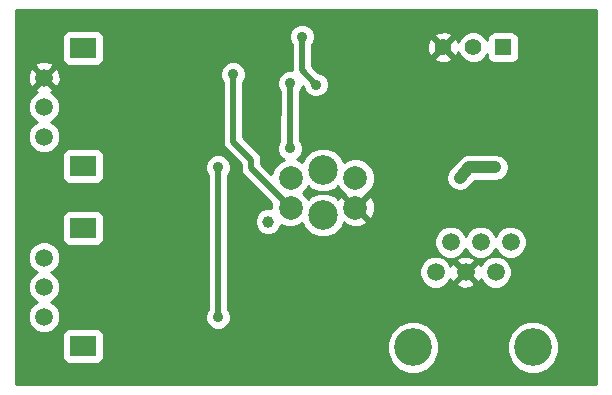
<source format=gbl>
%FSLAX34Y34*%
G04 Gerber Fmt 3.4, Leading zero omitted, Abs format*
G04 (created by PCBNEW (2014-jan-25)-product) date Wed 30 Apr 2014 07:54:19 PM MDT*
%MOIN*%
G01*
G70*
G90*
G04 APERTURE LIST*
%ADD10C,0.003937*%
%ADD11C,0.125984*%
%ADD12C,0.059055*%
%ADD13C,0.078740*%
%ADD14C,0.098425*%
%ADD15C,0.039370*%
%ADD16R,0.086614X0.070866*%
%ADD17R,0.055000X0.055000*%
%ADD18C,0.055000*%
%ADD19C,0.035000*%
%ADD20C,0.019685*%
%ADD21C,0.040000*%
%ADD22C,0.010000*%
G04 APERTURE END LIST*
G54D10*
G54D11*
X62000Y-39500D03*
X58000Y-39500D03*
G54D12*
X61250Y-36000D03*
X60750Y-37000D03*
X60250Y-36000D03*
X59750Y-37000D03*
X59250Y-36000D03*
X58750Y-37000D03*
G54D13*
X53917Y-33850D03*
X56082Y-33850D03*
X53917Y-34850D03*
X56082Y-34850D03*
G54D14*
X55000Y-35098D03*
X55000Y-33601D03*
G54D15*
X53169Y-35314D03*
G54D12*
X45700Y-38484D03*
X45700Y-37500D03*
X45700Y-36515D03*
G54D16*
X47000Y-39468D03*
X47000Y-35531D03*
G54D17*
X61000Y-29500D03*
G54D18*
X60000Y-29500D03*
X59000Y-29500D03*
G54D12*
X45700Y-32484D03*
X45700Y-31500D03*
X45700Y-30515D03*
G54D16*
X47000Y-33468D03*
X47000Y-29531D03*
G54D19*
X53900Y-30700D03*
X53897Y-32874D03*
X48300Y-30500D03*
X61050Y-32150D03*
X57850Y-31500D03*
X48450Y-35000D03*
X48300Y-32000D03*
X56250Y-28850D03*
X51500Y-33500D03*
X51500Y-38500D03*
X60748Y-33503D03*
X59550Y-33850D03*
X52000Y-30400D03*
X54300Y-29150D03*
X54763Y-30748D03*
G54D20*
X53897Y-32874D02*
X53900Y-30700D01*
X51500Y-38500D02*
X51500Y-33500D01*
G54D21*
X59550Y-33850D02*
X59881Y-33503D01*
X59881Y-33503D02*
X60748Y-33503D01*
G54D20*
X52600Y-33532D02*
X53917Y-34850D01*
X52600Y-33250D02*
X52600Y-33532D01*
X52000Y-32650D02*
X52600Y-33250D01*
X52000Y-30400D02*
X52000Y-32650D01*
X54300Y-30250D02*
X54300Y-29150D01*
X54763Y-30748D02*
X54300Y-30250D01*
G54D10*
G36*
X64100Y-40730D02*
X62880Y-40730D01*
X62880Y-39325D01*
X62746Y-39002D01*
X62499Y-38754D01*
X62175Y-38620D01*
X61825Y-38619D01*
X61795Y-38632D01*
X61795Y-35892D01*
X61712Y-35691D01*
X61559Y-35538D01*
X61525Y-35523D01*
X61525Y-29824D01*
X61525Y-29725D01*
X61525Y-29175D01*
X61486Y-29083D01*
X61416Y-29013D01*
X61324Y-28975D01*
X61225Y-28975D01*
X60675Y-28975D01*
X60583Y-29013D01*
X60513Y-29083D01*
X60475Y-29175D01*
X60475Y-29274D01*
X60475Y-29274D01*
X60445Y-29203D01*
X60297Y-29055D01*
X60104Y-28975D01*
X59896Y-28974D01*
X59703Y-29054D01*
X59555Y-29202D01*
X59502Y-29328D01*
X59460Y-29227D01*
X59367Y-29202D01*
X59297Y-29273D01*
X59297Y-29132D01*
X59272Y-29039D01*
X59075Y-28970D01*
X58867Y-28981D01*
X58727Y-29039D01*
X58702Y-29132D01*
X59000Y-29429D01*
X59297Y-29132D01*
X59297Y-29273D01*
X59070Y-29500D01*
X59367Y-29797D01*
X59460Y-29772D01*
X59499Y-29662D01*
X59554Y-29797D01*
X59702Y-29944D01*
X59895Y-30024D01*
X60103Y-30025D01*
X60297Y-29945D01*
X60444Y-29797D01*
X60475Y-29725D01*
X60475Y-29824D01*
X60513Y-29916D01*
X60583Y-29986D01*
X60675Y-30025D01*
X60774Y-30025D01*
X61324Y-30025D01*
X61416Y-29986D01*
X61486Y-29916D01*
X61525Y-29824D01*
X61525Y-35523D01*
X61358Y-35454D01*
X61198Y-35454D01*
X61198Y-33503D01*
X61163Y-33331D01*
X61066Y-33185D01*
X60920Y-33088D01*
X60748Y-33053D01*
X59881Y-33053D01*
X59877Y-33054D01*
X59872Y-33054D01*
X59791Y-33071D01*
X59709Y-33088D01*
X59705Y-33090D01*
X59701Y-33091D01*
X59632Y-33139D01*
X59563Y-33185D01*
X59561Y-33189D01*
X59557Y-33192D01*
X59297Y-33463D01*
X59297Y-29867D01*
X59000Y-29570D01*
X58929Y-29641D01*
X58929Y-29500D01*
X58632Y-29202D01*
X58539Y-29227D01*
X58470Y-29424D01*
X58481Y-29632D01*
X58539Y-29772D01*
X58632Y-29797D01*
X58929Y-29500D01*
X58929Y-29641D01*
X58702Y-29867D01*
X58727Y-29960D01*
X58924Y-30029D01*
X59132Y-30018D01*
X59272Y-29960D01*
X59297Y-29867D01*
X59297Y-33463D01*
X59225Y-33538D01*
X59130Y-33686D01*
X59100Y-33859D01*
X59137Y-34030D01*
X59238Y-34174D01*
X59386Y-34269D01*
X59559Y-34299D01*
X59730Y-34262D01*
X59874Y-34161D01*
X60073Y-33953D01*
X60748Y-33953D01*
X60920Y-33919D01*
X61066Y-33822D01*
X61163Y-33676D01*
X61198Y-33503D01*
X61198Y-35454D01*
X61142Y-35454D01*
X60941Y-35537D01*
X60788Y-35690D01*
X60750Y-35782D01*
X60712Y-35691D01*
X60559Y-35538D01*
X60358Y-35454D01*
X60142Y-35454D01*
X59941Y-35537D01*
X59788Y-35690D01*
X59750Y-35782D01*
X59712Y-35691D01*
X59559Y-35538D01*
X59358Y-35454D01*
X59142Y-35454D01*
X58941Y-35537D01*
X58788Y-35690D01*
X58704Y-35891D01*
X58704Y-36107D01*
X58787Y-36308D01*
X58940Y-36461D01*
X59141Y-36545D01*
X59357Y-36545D01*
X59558Y-36462D01*
X59711Y-36309D01*
X59749Y-36217D01*
X59787Y-36308D01*
X59940Y-36461D01*
X60141Y-36545D01*
X60357Y-36545D01*
X60558Y-36462D01*
X60711Y-36309D01*
X60749Y-36217D01*
X60787Y-36308D01*
X60940Y-36461D01*
X61141Y-36545D01*
X61357Y-36545D01*
X61558Y-36462D01*
X61711Y-36309D01*
X61795Y-36108D01*
X61795Y-35892D01*
X61795Y-38632D01*
X61502Y-38753D01*
X61295Y-38960D01*
X61295Y-36892D01*
X61212Y-36691D01*
X61059Y-36538D01*
X60858Y-36454D01*
X60642Y-36454D01*
X60441Y-36537D01*
X60288Y-36690D01*
X60252Y-36775D01*
X60227Y-36714D01*
X60132Y-36688D01*
X60061Y-36758D01*
X60061Y-36617D01*
X60035Y-36522D01*
X59830Y-36449D01*
X59613Y-36460D01*
X59464Y-36522D01*
X59438Y-36617D01*
X59750Y-36929D01*
X60061Y-36617D01*
X60061Y-36758D01*
X59820Y-37000D01*
X60132Y-37311D01*
X60227Y-37285D01*
X60250Y-37219D01*
X60287Y-37308D01*
X60440Y-37461D01*
X60641Y-37545D01*
X60857Y-37545D01*
X61058Y-37462D01*
X61211Y-37309D01*
X61295Y-37108D01*
X61295Y-36892D01*
X61295Y-38960D01*
X61254Y-39000D01*
X61120Y-39324D01*
X61119Y-39674D01*
X61253Y-39997D01*
X61500Y-40245D01*
X61824Y-40379D01*
X62174Y-40380D01*
X62497Y-40246D01*
X62745Y-39999D01*
X62879Y-39675D01*
X62880Y-39325D01*
X62880Y-40730D01*
X60061Y-40730D01*
X60061Y-37382D01*
X59750Y-37070D01*
X59679Y-37141D01*
X59679Y-37000D01*
X59367Y-36688D01*
X59272Y-36714D01*
X59249Y-36780D01*
X59212Y-36691D01*
X59059Y-36538D01*
X58858Y-36454D01*
X58642Y-36454D01*
X58441Y-36537D01*
X58288Y-36690D01*
X58204Y-36891D01*
X58204Y-37107D01*
X58287Y-37308D01*
X58440Y-37461D01*
X58641Y-37545D01*
X58857Y-37545D01*
X59058Y-37462D01*
X59211Y-37309D01*
X59247Y-37224D01*
X59272Y-37285D01*
X59367Y-37311D01*
X59679Y-37000D01*
X59679Y-37141D01*
X59438Y-37382D01*
X59464Y-37477D01*
X59669Y-37550D01*
X59886Y-37539D01*
X60035Y-37477D01*
X60061Y-37382D01*
X60061Y-40730D01*
X58880Y-40730D01*
X58880Y-39325D01*
X58746Y-39002D01*
X58499Y-38754D01*
X58175Y-38620D01*
X57825Y-38619D01*
X57502Y-38753D01*
X57254Y-39000D01*
X57120Y-39324D01*
X57119Y-39674D01*
X57253Y-39997D01*
X57500Y-40245D01*
X57824Y-40379D01*
X58174Y-40380D01*
X58497Y-40246D01*
X58745Y-39999D01*
X58879Y-39675D01*
X58880Y-39325D01*
X58880Y-40730D01*
X56730Y-40730D01*
X56730Y-34954D01*
X56726Y-34841D01*
X56726Y-33722D01*
X56628Y-33485D01*
X56447Y-33304D01*
X56211Y-33206D01*
X55955Y-33206D01*
X55718Y-33303D01*
X55691Y-33331D01*
X55629Y-33182D01*
X55420Y-32973D01*
X55148Y-32859D01*
X54853Y-32859D01*
X54580Y-32972D01*
X54371Y-33181D01*
X54308Y-33331D01*
X54282Y-33304D01*
X54125Y-33239D01*
X54138Y-33234D01*
X54257Y-33115D01*
X54322Y-32958D01*
X54322Y-32789D01*
X54258Y-32633D01*
X54246Y-32621D01*
X54248Y-30952D01*
X54260Y-30941D01*
X54324Y-30787D01*
X54338Y-30802D01*
X54338Y-30832D01*
X54403Y-30988D01*
X54522Y-31108D01*
X54678Y-31172D01*
X54847Y-31173D01*
X55004Y-31108D01*
X55123Y-30989D01*
X55188Y-30832D01*
X55188Y-30663D01*
X55124Y-30507D01*
X55004Y-30387D01*
X54848Y-30323D01*
X54844Y-30323D01*
X54648Y-30112D01*
X54648Y-29402D01*
X54660Y-29391D01*
X54724Y-29234D01*
X54725Y-29065D01*
X54660Y-28909D01*
X54541Y-28789D01*
X54384Y-28725D01*
X54215Y-28724D01*
X54059Y-28789D01*
X53939Y-28908D01*
X53875Y-29065D01*
X53874Y-29234D01*
X53939Y-29390D01*
X53951Y-29402D01*
X53951Y-30250D01*
X53956Y-30275D01*
X53815Y-30274D01*
X53659Y-30339D01*
X53539Y-30458D01*
X53475Y-30615D01*
X53474Y-30784D01*
X53539Y-30940D01*
X53551Y-30952D01*
X53549Y-32621D01*
X53537Y-32632D01*
X53472Y-32789D01*
X53472Y-32958D01*
X53537Y-33114D01*
X53656Y-33234D01*
X53689Y-33247D01*
X53553Y-33303D01*
X53371Y-33484D01*
X53276Y-33715D01*
X52948Y-33388D01*
X52948Y-33250D01*
X52921Y-33116D01*
X52846Y-33003D01*
X52846Y-33003D01*
X52348Y-32505D01*
X52348Y-30652D01*
X52360Y-30641D01*
X52424Y-30484D01*
X52425Y-30315D01*
X52360Y-30159D01*
X52241Y-30039D01*
X52084Y-29975D01*
X51915Y-29974D01*
X51759Y-30039D01*
X51639Y-30158D01*
X51575Y-30315D01*
X51574Y-30484D01*
X51639Y-30640D01*
X51651Y-30652D01*
X51651Y-32649D01*
X51651Y-32650D01*
X51673Y-32761D01*
X51678Y-32783D01*
X51753Y-32896D01*
X52251Y-33394D01*
X52251Y-33532D01*
X52251Y-33532D01*
X52273Y-33643D01*
X52278Y-33666D01*
X52353Y-33779D01*
X53280Y-34705D01*
X53273Y-34721D01*
X53273Y-34874D01*
X53258Y-34867D01*
X53080Y-34867D01*
X52916Y-34935D01*
X52790Y-35061D01*
X52722Y-35225D01*
X52722Y-35403D01*
X52790Y-35567D01*
X52915Y-35693D01*
X53080Y-35761D01*
X53257Y-35761D01*
X53422Y-35693D01*
X53547Y-35568D01*
X53609Y-35419D01*
X53788Y-35493D01*
X54044Y-35493D01*
X54281Y-35396D01*
X54308Y-35368D01*
X54370Y-35517D01*
X54579Y-35726D01*
X54851Y-35840D01*
X55146Y-35840D01*
X55419Y-35727D01*
X55628Y-35518D01*
X55708Y-35327D01*
X55738Y-35408D01*
X55978Y-35497D01*
X56234Y-35488D01*
X56426Y-35408D01*
X56465Y-35303D01*
X56082Y-34920D01*
X56077Y-34926D01*
X56006Y-34855D01*
X56011Y-34850D01*
X55628Y-34466D01*
X55523Y-34505D01*
X55505Y-34554D01*
X55420Y-34469D01*
X55148Y-34356D01*
X54853Y-34355D01*
X54580Y-34468D01*
X54492Y-34556D01*
X54463Y-34485D01*
X54327Y-34349D01*
X54462Y-34215D01*
X54492Y-34143D01*
X54579Y-34230D01*
X54851Y-34343D01*
X55146Y-34344D01*
X55419Y-34231D01*
X55507Y-34143D01*
X55536Y-34214D01*
X55704Y-34382D01*
X55699Y-34396D01*
X56082Y-34779D01*
X56465Y-34396D01*
X56460Y-34382D01*
X56628Y-34215D01*
X56726Y-33978D01*
X56726Y-33722D01*
X56726Y-34841D01*
X56721Y-34698D01*
X56641Y-34505D01*
X56536Y-34466D01*
X56153Y-34850D01*
X56536Y-35233D01*
X56641Y-35194D01*
X56730Y-34954D01*
X56730Y-40730D01*
X51925Y-40730D01*
X51925Y-38415D01*
X51860Y-38259D01*
X51848Y-38247D01*
X51848Y-33752D01*
X51860Y-33741D01*
X51924Y-33584D01*
X51925Y-33415D01*
X51860Y-33259D01*
X51741Y-33139D01*
X51584Y-33075D01*
X51415Y-33074D01*
X51259Y-33139D01*
X51139Y-33258D01*
X51075Y-33415D01*
X51074Y-33584D01*
X51139Y-33740D01*
X51151Y-33752D01*
X51151Y-38247D01*
X51139Y-38258D01*
X51075Y-38415D01*
X51074Y-38584D01*
X51139Y-38740D01*
X51258Y-38860D01*
X51415Y-38924D01*
X51584Y-38925D01*
X51740Y-38860D01*
X51860Y-38741D01*
X51924Y-38584D01*
X51925Y-38415D01*
X51925Y-40730D01*
X47683Y-40730D01*
X47683Y-39872D01*
X47683Y-39773D01*
X47683Y-39064D01*
X47683Y-35935D01*
X47683Y-35836D01*
X47683Y-35127D01*
X47683Y-33872D01*
X47683Y-33773D01*
X47683Y-33064D01*
X47683Y-29935D01*
X47683Y-29836D01*
X47683Y-29127D01*
X47645Y-29035D01*
X47574Y-28965D01*
X47482Y-28927D01*
X47383Y-28927D01*
X46517Y-28927D01*
X46425Y-28965D01*
X46354Y-29035D01*
X46316Y-29127D01*
X46316Y-29226D01*
X46316Y-29935D01*
X46354Y-30027D01*
X46425Y-30097D01*
X46517Y-30135D01*
X46616Y-30135D01*
X47482Y-30135D01*
X47574Y-30097D01*
X47645Y-30027D01*
X47683Y-29935D01*
X47683Y-33064D01*
X47645Y-32972D01*
X47574Y-32902D01*
X47482Y-32864D01*
X47383Y-32864D01*
X46517Y-32864D01*
X46425Y-32902D01*
X46354Y-32972D01*
X46316Y-33064D01*
X46316Y-33163D01*
X46316Y-33872D01*
X46354Y-33964D01*
X46425Y-34034D01*
X46517Y-34072D01*
X46616Y-34072D01*
X47482Y-34072D01*
X47574Y-34034D01*
X47645Y-33964D01*
X47683Y-33872D01*
X47683Y-35127D01*
X47645Y-35035D01*
X47574Y-34965D01*
X47482Y-34927D01*
X47383Y-34927D01*
X46517Y-34927D01*
X46425Y-34965D01*
X46354Y-35035D01*
X46316Y-35127D01*
X46316Y-35226D01*
X46316Y-35935D01*
X46354Y-36027D01*
X46425Y-36097D01*
X46517Y-36135D01*
X46616Y-36135D01*
X47482Y-36135D01*
X47574Y-36097D01*
X47645Y-36027D01*
X47683Y-35935D01*
X47683Y-39064D01*
X47645Y-38972D01*
X47574Y-38902D01*
X47482Y-38864D01*
X47383Y-38864D01*
X46517Y-38864D01*
X46425Y-38902D01*
X46354Y-38972D01*
X46316Y-39064D01*
X46316Y-39163D01*
X46316Y-39872D01*
X46354Y-39964D01*
X46425Y-40034D01*
X46517Y-40072D01*
X46616Y-40072D01*
X47482Y-40072D01*
X47574Y-40034D01*
X47645Y-39964D01*
X47683Y-39872D01*
X47683Y-40730D01*
X46250Y-40730D01*
X46250Y-30596D01*
X46239Y-30379D01*
X46178Y-30230D01*
X46083Y-30203D01*
X46012Y-30274D01*
X46012Y-30133D01*
X45985Y-30038D01*
X45781Y-29965D01*
X45564Y-29976D01*
X45415Y-30038D01*
X45389Y-30133D01*
X45700Y-30445D01*
X46012Y-30133D01*
X46012Y-30274D01*
X45771Y-30515D01*
X46083Y-30827D01*
X46178Y-30800D01*
X46250Y-30596D01*
X46250Y-40730D01*
X46246Y-40730D01*
X46246Y-38376D01*
X46163Y-38175D01*
X46010Y-38022D01*
X45937Y-37992D01*
X46009Y-37962D01*
X46162Y-37809D01*
X46245Y-37608D01*
X46246Y-37392D01*
X46163Y-37191D01*
X46010Y-37038D01*
X45937Y-37007D01*
X46009Y-36978D01*
X46162Y-36825D01*
X46245Y-36624D01*
X46246Y-36407D01*
X46246Y-32376D01*
X46163Y-32175D01*
X46010Y-32022D01*
X45937Y-31992D01*
X46009Y-31962D01*
X46162Y-31809D01*
X46245Y-31608D01*
X46246Y-31392D01*
X46163Y-31191D01*
X46010Y-31038D01*
X45943Y-31010D01*
X45985Y-30993D01*
X46012Y-30898D01*
X45700Y-30586D01*
X45630Y-30657D01*
X45630Y-30515D01*
X45318Y-30203D01*
X45223Y-30230D01*
X45150Y-30435D01*
X45161Y-30651D01*
X45223Y-30800D01*
X45318Y-30827D01*
X45630Y-30515D01*
X45630Y-30657D01*
X45389Y-30898D01*
X45415Y-30993D01*
X45460Y-31009D01*
X45392Y-31037D01*
X45238Y-31190D01*
X45155Y-31391D01*
X45155Y-31607D01*
X45238Y-31808D01*
X45391Y-31961D01*
X45464Y-31992D01*
X45392Y-32021D01*
X45238Y-32174D01*
X45155Y-32375D01*
X45155Y-32592D01*
X45238Y-32792D01*
X45391Y-32946D01*
X45591Y-33029D01*
X45808Y-33029D01*
X46009Y-32946D01*
X46162Y-32793D01*
X46245Y-32593D01*
X46246Y-32376D01*
X46246Y-36407D01*
X46163Y-36207D01*
X46010Y-36053D01*
X45809Y-35970D01*
X45592Y-35970D01*
X45392Y-36053D01*
X45238Y-36206D01*
X45155Y-36406D01*
X45155Y-36623D01*
X45238Y-36824D01*
X45391Y-36977D01*
X45464Y-37007D01*
X45392Y-37037D01*
X45238Y-37190D01*
X45155Y-37391D01*
X45155Y-37607D01*
X45238Y-37808D01*
X45391Y-37961D01*
X45464Y-37992D01*
X45392Y-38021D01*
X45238Y-38174D01*
X45155Y-38375D01*
X45155Y-38592D01*
X45238Y-38792D01*
X45391Y-38946D01*
X45591Y-39029D01*
X45808Y-39029D01*
X46009Y-38946D01*
X46162Y-38793D01*
X46245Y-38593D01*
X46246Y-38376D01*
X46246Y-40730D01*
X44769Y-40730D01*
X44769Y-28500D01*
X44769Y-28269D01*
X64100Y-28269D01*
X64100Y-40730D01*
X64100Y-40730D01*
G37*
G54D22*
X64100Y-40730D02*
X62880Y-40730D01*
X62880Y-39325D01*
X62746Y-39002D01*
X62499Y-38754D01*
X62175Y-38620D01*
X61825Y-38619D01*
X61795Y-38632D01*
X61795Y-35892D01*
X61712Y-35691D01*
X61559Y-35538D01*
X61525Y-35523D01*
X61525Y-29824D01*
X61525Y-29725D01*
X61525Y-29175D01*
X61486Y-29083D01*
X61416Y-29013D01*
X61324Y-28975D01*
X61225Y-28975D01*
X60675Y-28975D01*
X60583Y-29013D01*
X60513Y-29083D01*
X60475Y-29175D01*
X60475Y-29274D01*
X60475Y-29274D01*
X60445Y-29203D01*
X60297Y-29055D01*
X60104Y-28975D01*
X59896Y-28974D01*
X59703Y-29054D01*
X59555Y-29202D01*
X59502Y-29328D01*
X59460Y-29227D01*
X59367Y-29202D01*
X59297Y-29273D01*
X59297Y-29132D01*
X59272Y-29039D01*
X59075Y-28970D01*
X58867Y-28981D01*
X58727Y-29039D01*
X58702Y-29132D01*
X59000Y-29429D01*
X59297Y-29132D01*
X59297Y-29273D01*
X59070Y-29500D01*
X59367Y-29797D01*
X59460Y-29772D01*
X59499Y-29662D01*
X59554Y-29797D01*
X59702Y-29944D01*
X59895Y-30024D01*
X60103Y-30025D01*
X60297Y-29945D01*
X60444Y-29797D01*
X60475Y-29725D01*
X60475Y-29824D01*
X60513Y-29916D01*
X60583Y-29986D01*
X60675Y-30025D01*
X60774Y-30025D01*
X61324Y-30025D01*
X61416Y-29986D01*
X61486Y-29916D01*
X61525Y-29824D01*
X61525Y-35523D01*
X61358Y-35454D01*
X61198Y-35454D01*
X61198Y-33503D01*
X61163Y-33331D01*
X61066Y-33185D01*
X60920Y-33088D01*
X60748Y-33053D01*
X59881Y-33053D01*
X59877Y-33054D01*
X59872Y-33054D01*
X59791Y-33071D01*
X59709Y-33088D01*
X59705Y-33090D01*
X59701Y-33091D01*
X59632Y-33139D01*
X59563Y-33185D01*
X59561Y-33189D01*
X59557Y-33192D01*
X59297Y-33463D01*
X59297Y-29867D01*
X59000Y-29570D01*
X58929Y-29641D01*
X58929Y-29500D01*
X58632Y-29202D01*
X58539Y-29227D01*
X58470Y-29424D01*
X58481Y-29632D01*
X58539Y-29772D01*
X58632Y-29797D01*
X58929Y-29500D01*
X58929Y-29641D01*
X58702Y-29867D01*
X58727Y-29960D01*
X58924Y-30029D01*
X59132Y-30018D01*
X59272Y-29960D01*
X59297Y-29867D01*
X59297Y-33463D01*
X59225Y-33538D01*
X59130Y-33686D01*
X59100Y-33859D01*
X59137Y-34030D01*
X59238Y-34174D01*
X59386Y-34269D01*
X59559Y-34299D01*
X59730Y-34262D01*
X59874Y-34161D01*
X60073Y-33953D01*
X60748Y-33953D01*
X60920Y-33919D01*
X61066Y-33822D01*
X61163Y-33676D01*
X61198Y-33503D01*
X61198Y-35454D01*
X61142Y-35454D01*
X60941Y-35537D01*
X60788Y-35690D01*
X60750Y-35782D01*
X60712Y-35691D01*
X60559Y-35538D01*
X60358Y-35454D01*
X60142Y-35454D01*
X59941Y-35537D01*
X59788Y-35690D01*
X59750Y-35782D01*
X59712Y-35691D01*
X59559Y-35538D01*
X59358Y-35454D01*
X59142Y-35454D01*
X58941Y-35537D01*
X58788Y-35690D01*
X58704Y-35891D01*
X58704Y-36107D01*
X58787Y-36308D01*
X58940Y-36461D01*
X59141Y-36545D01*
X59357Y-36545D01*
X59558Y-36462D01*
X59711Y-36309D01*
X59749Y-36217D01*
X59787Y-36308D01*
X59940Y-36461D01*
X60141Y-36545D01*
X60357Y-36545D01*
X60558Y-36462D01*
X60711Y-36309D01*
X60749Y-36217D01*
X60787Y-36308D01*
X60940Y-36461D01*
X61141Y-36545D01*
X61357Y-36545D01*
X61558Y-36462D01*
X61711Y-36309D01*
X61795Y-36108D01*
X61795Y-35892D01*
X61795Y-38632D01*
X61502Y-38753D01*
X61295Y-38960D01*
X61295Y-36892D01*
X61212Y-36691D01*
X61059Y-36538D01*
X60858Y-36454D01*
X60642Y-36454D01*
X60441Y-36537D01*
X60288Y-36690D01*
X60252Y-36775D01*
X60227Y-36714D01*
X60132Y-36688D01*
X60061Y-36758D01*
X60061Y-36617D01*
X60035Y-36522D01*
X59830Y-36449D01*
X59613Y-36460D01*
X59464Y-36522D01*
X59438Y-36617D01*
X59750Y-36929D01*
X60061Y-36617D01*
X60061Y-36758D01*
X59820Y-37000D01*
X60132Y-37311D01*
X60227Y-37285D01*
X60250Y-37219D01*
X60287Y-37308D01*
X60440Y-37461D01*
X60641Y-37545D01*
X60857Y-37545D01*
X61058Y-37462D01*
X61211Y-37309D01*
X61295Y-37108D01*
X61295Y-36892D01*
X61295Y-38960D01*
X61254Y-39000D01*
X61120Y-39324D01*
X61119Y-39674D01*
X61253Y-39997D01*
X61500Y-40245D01*
X61824Y-40379D01*
X62174Y-40380D01*
X62497Y-40246D01*
X62745Y-39999D01*
X62879Y-39675D01*
X62880Y-39325D01*
X62880Y-40730D01*
X60061Y-40730D01*
X60061Y-37382D01*
X59750Y-37070D01*
X59679Y-37141D01*
X59679Y-37000D01*
X59367Y-36688D01*
X59272Y-36714D01*
X59249Y-36780D01*
X59212Y-36691D01*
X59059Y-36538D01*
X58858Y-36454D01*
X58642Y-36454D01*
X58441Y-36537D01*
X58288Y-36690D01*
X58204Y-36891D01*
X58204Y-37107D01*
X58287Y-37308D01*
X58440Y-37461D01*
X58641Y-37545D01*
X58857Y-37545D01*
X59058Y-37462D01*
X59211Y-37309D01*
X59247Y-37224D01*
X59272Y-37285D01*
X59367Y-37311D01*
X59679Y-37000D01*
X59679Y-37141D01*
X59438Y-37382D01*
X59464Y-37477D01*
X59669Y-37550D01*
X59886Y-37539D01*
X60035Y-37477D01*
X60061Y-37382D01*
X60061Y-40730D01*
X58880Y-40730D01*
X58880Y-39325D01*
X58746Y-39002D01*
X58499Y-38754D01*
X58175Y-38620D01*
X57825Y-38619D01*
X57502Y-38753D01*
X57254Y-39000D01*
X57120Y-39324D01*
X57119Y-39674D01*
X57253Y-39997D01*
X57500Y-40245D01*
X57824Y-40379D01*
X58174Y-40380D01*
X58497Y-40246D01*
X58745Y-39999D01*
X58879Y-39675D01*
X58880Y-39325D01*
X58880Y-40730D01*
X56730Y-40730D01*
X56730Y-34954D01*
X56726Y-34841D01*
X56726Y-33722D01*
X56628Y-33485D01*
X56447Y-33304D01*
X56211Y-33206D01*
X55955Y-33206D01*
X55718Y-33303D01*
X55691Y-33331D01*
X55629Y-33182D01*
X55420Y-32973D01*
X55148Y-32859D01*
X54853Y-32859D01*
X54580Y-32972D01*
X54371Y-33181D01*
X54308Y-33331D01*
X54282Y-33304D01*
X54125Y-33239D01*
X54138Y-33234D01*
X54257Y-33115D01*
X54322Y-32958D01*
X54322Y-32789D01*
X54258Y-32633D01*
X54246Y-32621D01*
X54248Y-30952D01*
X54260Y-30941D01*
X54324Y-30787D01*
X54338Y-30802D01*
X54338Y-30832D01*
X54403Y-30988D01*
X54522Y-31108D01*
X54678Y-31172D01*
X54847Y-31173D01*
X55004Y-31108D01*
X55123Y-30989D01*
X55188Y-30832D01*
X55188Y-30663D01*
X55124Y-30507D01*
X55004Y-30387D01*
X54848Y-30323D01*
X54844Y-30323D01*
X54648Y-30112D01*
X54648Y-29402D01*
X54660Y-29391D01*
X54724Y-29234D01*
X54725Y-29065D01*
X54660Y-28909D01*
X54541Y-28789D01*
X54384Y-28725D01*
X54215Y-28724D01*
X54059Y-28789D01*
X53939Y-28908D01*
X53875Y-29065D01*
X53874Y-29234D01*
X53939Y-29390D01*
X53951Y-29402D01*
X53951Y-30250D01*
X53956Y-30275D01*
X53815Y-30274D01*
X53659Y-30339D01*
X53539Y-30458D01*
X53475Y-30615D01*
X53474Y-30784D01*
X53539Y-30940D01*
X53551Y-30952D01*
X53549Y-32621D01*
X53537Y-32632D01*
X53472Y-32789D01*
X53472Y-32958D01*
X53537Y-33114D01*
X53656Y-33234D01*
X53689Y-33247D01*
X53553Y-33303D01*
X53371Y-33484D01*
X53276Y-33715D01*
X52948Y-33388D01*
X52948Y-33250D01*
X52921Y-33116D01*
X52846Y-33003D01*
X52846Y-33003D01*
X52348Y-32505D01*
X52348Y-30652D01*
X52360Y-30641D01*
X52424Y-30484D01*
X52425Y-30315D01*
X52360Y-30159D01*
X52241Y-30039D01*
X52084Y-29975D01*
X51915Y-29974D01*
X51759Y-30039D01*
X51639Y-30158D01*
X51575Y-30315D01*
X51574Y-30484D01*
X51639Y-30640D01*
X51651Y-30652D01*
X51651Y-32649D01*
X51651Y-32650D01*
X51673Y-32761D01*
X51678Y-32783D01*
X51753Y-32896D01*
X52251Y-33394D01*
X52251Y-33532D01*
X52251Y-33532D01*
X52273Y-33643D01*
X52278Y-33666D01*
X52353Y-33779D01*
X53280Y-34705D01*
X53273Y-34721D01*
X53273Y-34874D01*
X53258Y-34867D01*
X53080Y-34867D01*
X52916Y-34935D01*
X52790Y-35061D01*
X52722Y-35225D01*
X52722Y-35403D01*
X52790Y-35567D01*
X52915Y-35693D01*
X53080Y-35761D01*
X53257Y-35761D01*
X53422Y-35693D01*
X53547Y-35568D01*
X53609Y-35419D01*
X53788Y-35493D01*
X54044Y-35493D01*
X54281Y-35396D01*
X54308Y-35368D01*
X54370Y-35517D01*
X54579Y-35726D01*
X54851Y-35840D01*
X55146Y-35840D01*
X55419Y-35727D01*
X55628Y-35518D01*
X55708Y-35327D01*
X55738Y-35408D01*
X55978Y-35497D01*
X56234Y-35488D01*
X56426Y-35408D01*
X56465Y-35303D01*
X56082Y-34920D01*
X56077Y-34926D01*
X56006Y-34855D01*
X56011Y-34850D01*
X55628Y-34466D01*
X55523Y-34505D01*
X55505Y-34554D01*
X55420Y-34469D01*
X55148Y-34356D01*
X54853Y-34355D01*
X54580Y-34468D01*
X54492Y-34556D01*
X54463Y-34485D01*
X54327Y-34349D01*
X54462Y-34215D01*
X54492Y-34143D01*
X54579Y-34230D01*
X54851Y-34343D01*
X55146Y-34344D01*
X55419Y-34231D01*
X55507Y-34143D01*
X55536Y-34214D01*
X55704Y-34382D01*
X55699Y-34396D01*
X56082Y-34779D01*
X56465Y-34396D01*
X56460Y-34382D01*
X56628Y-34215D01*
X56726Y-33978D01*
X56726Y-33722D01*
X56726Y-34841D01*
X56721Y-34698D01*
X56641Y-34505D01*
X56536Y-34466D01*
X56153Y-34850D01*
X56536Y-35233D01*
X56641Y-35194D01*
X56730Y-34954D01*
X56730Y-40730D01*
X51925Y-40730D01*
X51925Y-38415D01*
X51860Y-38259D01*
X51848Y-38247D01*
X51848Y-33752D01*
X51860Y-33741D01*
X51924Y-33584D01*
X51925Y-33415D01*
X51860Y-33259D01*
X51741Y-33139D01*
X51584Y-33075D01*
X51415Y-33074D01*
X51259Y-33139D01*
X51139Y-33258D01*
X51075Y-33415D01*
X51074Y-33584D01*
X51139Y-33740D01*
X51151Y-33752D01*
X51151Y-38247D01*
X51139Y-38258D01*
X51075Y-38415D01*
X51074Y-38584D01*
X51139Y-38740D01*
X51258Y-38860D01*
X51415Y-38924D01*
X51584Y-38925D01*
X51740Y-38860D01*
X51860Y-38741D01*
X51924Y-38584D01*
X51925Y-38415D01*
X51925Y-40730D01*
X47683Y-40730D01*
X47683Y-39872D01*
X47683Y-39773D01*
X47683Y-39064D01*
X47683Y-35935D01*
X47683Y-35836D01*
X47683Y-35127D01*
X47683Y-33872D01*
X47683Y-33773D01*
X47683Y-33064D01*
X47683Y-29935D01*
X47683Y-29836D01*
X47683Y-29127D01*
X47645Y-29035D01*
X47574Y-28965D01*
X47482Y-28927D01*
X47383Y-28927D01*
X46517Y-28927D01*
X46425Y-28965D01*
X46354Y-29035D01*
X46316Y-29127D01*
X46316Y-29226D01*
X46316Y-29935D01*
X46354Y-30027D01*
X46425Y-30097D01*
X46517Y-30135D01*
X46616Y-30135D01*
X47482Y-30135D01*
X47574Y-30097D01*
X47645Y-30027D01*
X47683Y-29935D01*
X47683Y-33064D01*
X47645Y-32972D01*
X47574Y-32902D01*
X47482Y-32864D01*
X47383Y-32864D01*
X46517Y-32864D01*
X46425Y-32902D01*
X46354Y-32972D01*
X46316Y-33064D01*
X46316Y-33163D01*
X46316Y-33872D01*
X46354Y-33964D01*
X46425Y-34034D01*
X46517Y-34072D01*
X46616Y-34072D01*
X47482Y-34072D01*
X47574Y-34034D01*
X47645Y-33964D01*
X47683Y-33872D01*
X47683Y-35127D01*
X47645Y-35035D01*
X47574Y-34965D01*
X47482Y-34927D01*
X47383Y-34927D01*
X46517Y-34927D01*
X46425Y-34965D01*
X46354Y-35035D01*
X46316Y-35127D01*
X46316Y-35226D01*
X46316Y-35935D01*
X46354Y-36027D01*
X46425Y-36097D01*
X46517Y-36135D01*
X46616Y-36135D01*
X47482Y-36135D01*
X47574Y-36097D01*
X47645Y-36027D01*
X47683Y-35935D01*
X47683Y-39064D01*
X47645Y-38972D01*
X47574Y-38902D01*
X47482Y-38864D01*
X47383Y-38864D01*
X46517Y-38864D01*
X46425Y-38902D01*
X46354Y-38972D01*
X46316Y-39064D01*
X46316Y-39163D01*
X46316Y-39872D01*
X46354Y-39964D01*
X46425Y-40034D01*
X46517Y-40072D01*
X46616Y-40072D01*
X47482Y-40072D01*
X47574Y-40034D01*
X47645Y-39964D01*
X47683Y-39872D01*
X47683Y-40730D01*
X46250Y-40730D01*
X46250Y-30596D01*
X46239Y-30379D01*
X46178Y-30230D01*
X46083Y-30203D01*
X46012Y-30274D01*
X46012Y-30133D01*
X45985Y-30038D01*
X45781Y-29965D01*
X45564Y-29976D01*
X45415Y-30038D01*
X45389Y-30133D01*
X45700Y-30445D01*
X46012Y-30133D01*
X46012Y-30274D01*
X45771Y-30515D01*
X46083Y-30827D01*
X46178Y-30800D01*
X46250Y-30596D01*
X46250Y-40730D01*
X46246Y-40730D01*
X46246Y-38376D01*
X46163Y-38175D01*
X46010Y-38022D01*
X45937Y-37992D01*
X46009Y-37962D01*
X46162Y-37809D01*
X46245Y-37608D01*
X46246Y-37392D01*
X46163Y-37191D01*
X46010Y-37038D01*
X45937Y-37007D01*
X46009Y-36978D01*
X46162Y-36825D01*
X46245Y-36624D01*
X46246Y-36407D01*
X46246Y-32376D01*
X46163Y-32175D01*
X46010Y-32022D01*
X45937Y-31992D01*
X46009Y-31962D01*
X46162Y-31809D01*
X46245Y-31608D01*
X46246Y-31392D01*
X46163Y-31191D01*
X46010Y-31038D01*
X45943Y-31010D01*
X45985Y-30993D01*
X46012Y-30898D01*
X45700Y-30586D01*
X45630Y-30657D01*
X45630Y-30515D01*
X45318Y-30203D01*
X45223Y-30230D01*
X45150Y-30435D01*
X45161Y-30651D01*
X45223Y-30800D01*
X45318Y-30827D01*
X45630Y-30515D01*
X45630Y-30657D01*
X45389Y-30898D01*
X45415Y-30993D01*
X45460Y-31009D01*
X45392Y-31037D01*
X45238Y-31190D01*
X45155Y-31391D01*
X45155Y-31607D01*
X45238Y-31808D01*
X45391Y-31961D01*
X45464Y-31992D01*
X45392Y-32021D01*
X45238Y-32174D01*
X45155Y-32375D01*
X45155Y-32592D01*
X45238Y-32792D01*
X45391Y-32946D01*
X45591Y-33029D01*
X45808Y-33029D01*
X46009Y-32946D01*
X46162Y-32793D01*
X46245Y-32593D01*
X46246Y-32376D01*
X46246Y-36407D01*
X46163Y-36207D01*
X46010Y-36053D01*
X45809Y-35970D01*
X45592Y-35970D01*
X45392Y-36053D01*
X45238Y-36206D01*
X45155Y-36406D01*
X45155Y-36623D01*
X45238Y-36824D01*
X45391Y-36977D01*
X45464Y-37007D01*
X45392Y-37037D01*
X45238Y-37190D01*
X45155Y-37391D01*
X45155Y-37607D01*
X45238Y-37808D01*
X45391Y-37961D01*
X45464Y-37992D01*
X45392Y-38021D01*
X45238Y-38174D01*
X45155Y-38375D01*
X45155Y-38592D01*
X45238Y-38792D01*
X45391Y-38946D01*
X45591Y-39029D01*
X45808Y-39029D01*
X46009Y-38946D01*
X46162Y-38793D01*
X46245Y-38593D01*
X46246Y-38376D01*
X46246Y-40730D01*
X44769Y-40730D01*
X44769Y-28500D01*
X44769Y-28269D01*
X64100Y-28269D01*
X64100Y-40730D01*
M02*

</source>
